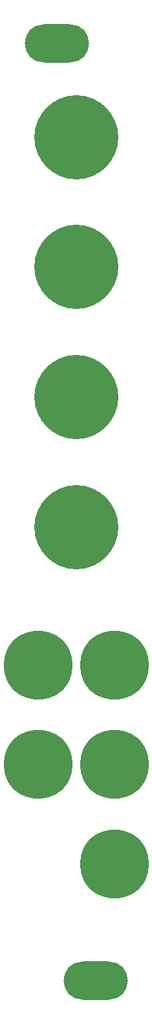
<source format=gbr>
%TF.GenerationSoftware,KiCad,Pcbnew,(6.0.9)*%
%TF.CreationDate,2023-01-29T17:10:54+01:00*%
%TF.ProjectId,mxr_face_plate,6d78725f-6661-4636-955f-706c6174652e,rev?*%
%TF.SameCoordinates,Original*%
%TF.FileFunction,Soldermask,Top*%
%TF.FilePolarity,Negative*%
%FSLAX46Y46*%
G04 Gerber Fmt 4.6, Leading zero omitted, Abs format (unit mm)*
G04 Created by KiCad (PCBNEW (6.0.9)) date 2023-01-29 17:10:54*
%MOMM*%
%LPD*%
G01*
G04 APERTURE LIST*
%ADD10C,11.000000*%
%ADD11C,9.000000*%
%ADD12O,8.400000X5.000000*%
G04 APERTURE END LIST*
D10*
%TO.C,H101*%
X50000000Y-51000000D03*
%TD*%
D11*
%TO.C,H107*%
X45000000Y-133000000D03*
%TD*%
%TO.C,H108*%
X55000000Y-133000000D03*
%TD*%
D12*
%TO.C,F1*%
X52540000Y-161250000D03*
X47460000Y-38750000D03*
%TD*%
D11*
%TO.C,H109*%
X55000000Y-146000000D03*
%TD*%
%TO.C,H105*%
X45000000Y-120040000D03*
%TD*%
%TO.C,H106*%
X55000000Y-120040000D03*
%TD*%
D10*
%TO.C,H103*%
X50000000Y-85000000D03*
%TD*%
%TO.C,H102*%
X50000000Y-68000000D03*
%TD*%
%TO.C,H104*%
X50000000Y-102000000D03*
%TD*%
M02*

</source>
